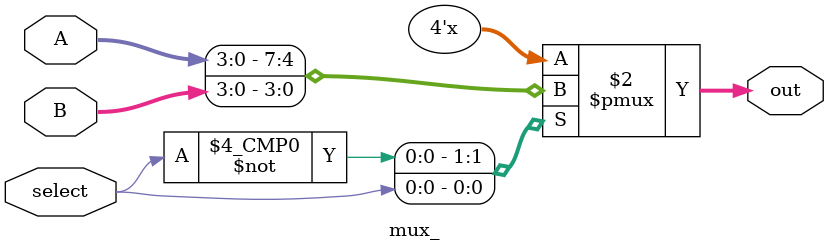
<source format=sv>
module mux_ #(parameter bits=4)(input logic  select, 
									input logic [bits-1:0] A, B,
									output logic [bits-1:0] out);
always_comb 
	begin
		case(select)
			1'b0 :out = A;
			1'b1 :out = B;
			default :out = A;
		endcase 
	end

endmodule

</source>
